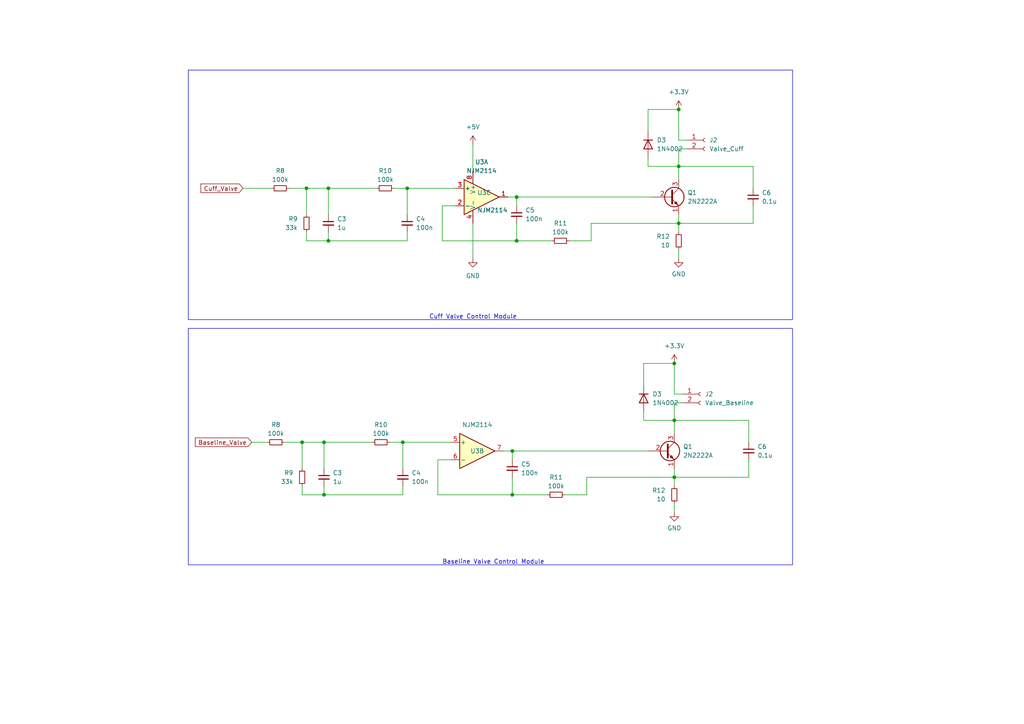
<source format=kicad_sch>
(kicad_sch (version 20230121) (generator eeschema)
  (paper "A4")
  (lib_symbols
    (symbol "1N4001_1" (pin_numbers hide) (pin_names hide)
      (property "Reference" "D" (at 0 2.54 0))
      (property "Value" "1N4001" (at 0 -2.54 0))
      (symbol "1N4001_1_0_1"
        (polyline (pts (xy -1.27 1.27) (xy -1.27 -1.27)) (stroke (width 0.254)))
        (polyline (pts (xy 1.27 0) (xy -1.27 0)))
        (polyline (pts (xy 1.27 1.27) (xy 1.27 -1.27) (xy -1.27 0) (xy 1.27 1.27)) (stroke (width 0.254)))
      )
      (symbol "1N4001_1_1_1"
        (pin passive line (at -3.81 0 0) (length 2.54) (name "K") (number "1"))
        (pin passive line (at 3.81 0 180) (length 2.54) (name "A") (number "2"))
      )
    )
    (symbol "Amplifier_Operational:NJM2114" (pin_names (offset 0.127))
      (property "Reference" "U" (at 0 5.08 0))
      (property "Value" "NJM2114" (at 0 -5.08 0))
      (symbol "NJM2114_1_1"
        (polyline (pts (xy -5.08 5.08) (xy 5.08 0) (xy -5.08 -5.08) (xy -5.08 5.08)) (stroke (width 0.254)) (fill (type background)))
        (pin output line (at 7.62 0 180) (length 2.54) (name "~") (number "1"))
        (pin input line (at -7.62 -2.54 0) (length 2.54) (name "-") (number "2"))
        (pin input line (at -7.62 2.54 0) (length 2.54) (name "+") (number "3"))
      )
      (symbol "NJM2114_2_1"
        (polyline (pts (xy -5.08 5.08) (xy 5.08 0) (xy -5.08 -5.08) (xy -5.08 5.08)) (stroke (width 0.254)) (fill (type background)))
        (pin input line (at -7.62 2.54 0) (length 2.54) (name "+") (number "5"))
        (pin input line (at -7.62 -2.54 0) (length 2.54) (name "-") (number "6"))
        (pin output line (at 7.62 0 180) (length 2.54) (name "~") (number "7"))
      )
      (symbol "NJM2114_3_1"
        (pin power_in line (at -2.54 -7.62 90) (length 3.81) (name "V-") (number "4"))
        (pin power_in line (at -2.54 7.62 270) (length 3.81) (name "V+") (number "8"))
      )
    )
    (symbol "Connector:Conn_01x02_Socket" (pin_names (offset 1.016) hide)
      (property "Reference" "J" (at 0 2.54 0))
      (property "Value" "Conn_01x02_Socket" (at 0 -5.08 0))
      (symbol "Conn_01x02_Socket_1_1"
        (arc (start 0 -2.032) (mid -0.5058 -2.54) (end 0 -3.048) (stroke (width 0.1524)))
        (polyline (pts (xy -1.27 -2.54) (xy -0.508 -2.54)) (stroke (width 0.1524)))
        (polyline (pts (xy -1.27 0) (xy -0.508 0)) (stroke (width 0.1524)))
        (arc (start 0 0.508) (mid -0.5058 0) (end 0 -0.508) (stroke (width 0.1524)))
        (pin passive line (at -5.08 0 0) (length 3.81) (name "Pin_1") (number "1"))
        (pin passive line (at -5.08 -2.54 0) (length 3.81) (name "Pin_2") (number "2"))
      )
    )
    (symbol "Device:C_Small" (pin_numbers hide) (pin_names (offset 0.254) hide)
      (property "Reference" "C" (at 0.254 1.778 0))
      (property "Value" "C_Small" (at 0.254 -2.032 0))
      (symbol "C_Small_0_1"
        (polyline (pts (xy -1.524 -0.508) (xy 1.524 -0.508)) (stroke (width 0.3302)))
        (polyline (pts (xy -1.524 0.508) (xy 1.524 0.508)) (stroke (width 0.3048)))
      )
      (symbol "C_Small_1_1"
        (pin passive line (at 0 2.54 270) (length 2.032) (name "~") (number "1"))
        (pin passive line (at 0 -2.54 90) (length 2.032) (name "~") (number "2"))
      )
    )
    (symbol "Device:R_Small" (pin_numbers hide) (pin_names (offset 0.254) hide)
      (property "Reference" "R" (at 0.762 0.508 0))
      (property "Value" "R_Small" (at 0.762 -1.016 0))
      (symbol "R_Small_0_1"
        (rectangle (start -0.762 1.778) (end 0.762 -1.778) (stroke (width 0.2032)))
      )
      (symbol "R_Small_1_1"
        (pin passive line (at 0 2.54 270) (length 0.762) (name "~") (number "1"))
        (pin passive line (at 0 -2.54 90) (length 0.762) (name "~") (number "2"))
      )
    )
    (symbol "GND_3" (power) (pin_names (offset 0))
      (property "Value" "GND_3" (at 0 -3.81 0))
      (symbol "GND_3_0_1"
        (polyline (pts (xy 0 0) (xy 0 -1.27) (xy 1.27 -1.27) (xy 0 -2.54) (xy -1.27 -1.27) (xy 0 -1.27)))
      )
      (symbol "GND_3_1_1"
        (pin power_in line (at 0 0 270) (length 0) hide (name "GND") (number "1"))
      )
    )
    (symbol "Transistor_BJT:2N2219" (pin_names (offset 0) hide)
      (property "Reference" "Q" (at 5.08 1.905 0))
      (property "Value" "2N2219" (at 5.08 0 0))
      (symbol "2N2219_0_1"
        (polyline (pts (xy 0.635 0.635) (xy 2.54 2.54)))
        (polyline (pts (xy 0.635 -0.635) (xy 2.54 -2.54) (xy 2.54 -2.54)))
        (polyline (pts (xy 0.635 1.905) (xy 0.635 -1.905) (xy 0.635 -1.905)) (stroke (width 0.508)))
        (polyline (pts (xy 1.27 -1.778) (xy 1.778 -1.27) (xy 2.286 -2.286) (xy 1.27 -1.778) (xy 1.27 -1.778)) (fill (type outline)))
        (circle (center 1.27 0) (radius 2.8194) (stroke (width 0.254)))
      )
      (symbol "2N2219_1_1"
        (pin passive line (at 2.54 -5.08 90) (length 2.54) (name "E") (number "1"))
        (pin passive line (at -5.08 0 0) (length 5.715) (name "B") (number "2"))
        (pin passive line (at 2.54 5.08 270) (length 2.54) (name "C") (number "3"))
      )
    )
    (symbol "power:+3.3V" (power) (pin_names (offset 0))
      (property "Value" "+3.3V" (at 0 3.556 0))
      (symbol "+3.3V_0_1"
        (polyline (pts (xy -0.762 1.27) (xy 0 2.54)))
        (polyline (pts (xy 0 0) (xy 0 2.54)))
        (polyline (pts (xy 0 2.54) (xy 0.762 1.27)))
      )
      (symbol "+3.3V_1_1"
        (pin power_in line (at 0 0 90) (length 0) hide (name "+3.3V") (number "1"))
      )
    )
    (symbol "power:+5V" (power) (pin_names (offset 0))
      (property "Value" "+5V" (at 0 3.556 0))
      (symbol "+5V_0_1"
        (polyline (pts (xy -0.762 1.27) (xy 0 2.54)))
        (polyline (pts (xy 0 0) (xy 0 2.54)))
        (polyline (pts (xy 0 2.54) (xy 0.762 1.27)))
      )
      (symbol "+5V_1_1"
        (pin power_in line (at 0 0 90) (length 0) hide (name "+5V") (number "1"))
      )
    )
    (symbol "power:GND" (power) (pin_names (offset 0))
      (property "Value" "GND" (at 0 -3.81 0))
      (symbol "GND_0_1"
        (polyline (pts (xy 0 0) (xy 0 -1.27) (xy 1.27 -1.27) (xy 0 -2.54) (xy -1.27 -1.27) (xy 0 -1.27)))
      )
      (symbol "GND_1_1"
        (pin power_in line (at 0 0 270) (length 0) hide (name "GND") (number "1"))
      )
    )
  )
  (junction (at 196.85 31.75))
  (junction (at 149.86 69.85))
  (junction (at 87.63 128.27))
  (junction (at 95.25 54.61))
  (junction (at 93.98 128.27))
  (junction (at 149.86 57.15))
  (junction (at 95.25 69.85))
  (junction (at 118.11 54.61))
  (junction (at 196.85 64.77))
  (junction (at 88.9 54.61))
  (junction (at 148.59 143.51))
  (junction (at 116.84 128.27))
  (junction (at 195.58 105.41))
  (junction (at 195.58 138.43))
  (junction (at 196.85 48.26))
  (junction (at 93.98 143.51))
  (junction (at 195.58 121.92))
  (junction (at 148.59 130.81))
  (wire (pts (xy 149.86 69.85) (xy 160.02 69.85)))
  (wire (pts (xy 187.96 31.75) (xy 196.85 31.75)))
  (wire (pts (xy 93.98 143.51) (xy 93.98 140.97)))
  (wire (pts (xy 195.58 114.3) (xy 198.12 114.3)))
  (wire (pts (xy 83.82 54.61) (xy 88.9 54.61)))
  (wire (pts (xy 217.17 128.27) (xy 217.17 121.92)))
  (wire (pts (xy 195.58 138.43) (xy 195.58 140.97)))
  (wire (pts (xy 73.025 128.27) (xy 77.47 128.27)))
  (wire (pts (xy 149.86 57.15) (xy 149.86 59.69)))
  (wire (pts (xy 195.58 135.89) (xy 195.58 138.43)))
  (wire (pts (xy 163.83 143.51) (xy 170.18 143.51)))
  (wire (pts (xy 87.63 128.27) (xy 93.98 128.27)))
  (wire (pts (xy 148.59 130.81) (xy 148.59 133.35)))
  (wire (pts (xy 218.44 48.26) (xy 196.85 48.26)))
  (wire (pts (xy 93.98 128.27) (xy 107.95 128.27)))
  (wire (pts (xy 149.86 64.77) (xy 149.86 69.85)))
  (wire (pts (xy 195.58 105.41) (xy 195.58 114.3)))
  (wire (pts (xy 196.85 31.75) (xy 196.85 40.64)))
  (wire (pts (xy 147.32 57.15) (xy 149.86 57.15)))
  (wire (pts (xy 118.11 54.61) (xy 132.08 54.61)))
  (wire (pts (xy 195.58 116.84) (xy 195.58 121.92)))
  (wire (pts (xy 88.9 54.61) (xy 95.25 54.61)))
  (wire (pts (xy 165.1 69.85) (xy 171.45 69.85)))
  (wire (pts (xy 137.16 64.77) (xy 137.16 74.93)))
  (wire (pts (xy 87.63 143.51) (xy 93.98 143.51)))
  (wire (pts (xy 127 133.35) (xy 130.81 133.35)))
  (wire (pts (xy 195.58 121.92) (xy 195.58 125.73)))
  (wire (pts (xy 70.485 54.61) (xy 78.74 54.61)))
  (wire (pts (xy 127 143.51) (xy 148.59 143.51)))
  (wire (pts (xy 118.11 69.85) (xy 95.25 69.85)))
  (wire (pts (xy 146.05 130.81) (xy 148.59 130.81)))
  (wire (pts (xy 196.85 48.26) (xy 196.85 52.07)))
  (wire (pts (xy 198.12 116.84) (xy 195.58 116.84)))
  (wire (pts (xy 199.39 43.18) (xy 196.85 43.18)))
  (wire (pts (xy 218.44 59.69) (xy 218.44 64.77)))
  (wire (pts (xy 93.98 128.27) (xy 93.98 135.89)))
  (wire (pts (xy 95.25 69.85) (xy 95.25 67.31)))
  (wire (pts (xy 118.11 62.23) (xy 118.11 54.61)))
  (wire (pts (xy 88.9 67.31) (xy 88.9 69.85)))
  (wire (pts (xy 187.96 48.26) (xy 196.85 48.26)))
  (wire (pts (xy 196.85 62.23) (xy 196.85 64.77)))
  (wire (pts (xy 196.85 64.77) (xy 171.45 64.77)))
  (wire (pts (xy 118.11 54.61) (xy 114.3 54.61)))
  (wire (pts (xy 170.18 138.43) (xy 170.18 143.51)))
  (wire (pts (xy 127 133.35) (xy 127 143.51)))
  (wire (pts (xy 217.17 133.35) (xy 217.17 138.43)))
  (wire (pts (xy 217.17 138.43) (xy 195.58 138.43)))
  (wire (pts (xy 196.85 43.18) (xy 196.85 48.26)))
  (wire (pts (xy 186.69 119.38) (xy 186.69 121.92)))
  (wire (pts (xy 186.69 111.76) (xy 186.69 105.41)))
  (wire (pts (xy 116.84 140.97) (xy 116.84 143.51)))
  (wire (pts (xy 186.69 105.41) (xy 195.58 105.41)))
  (wire (pts (xy 118.11 67.31) (xy 118.11 69.85)))
  (wire (pts (xy 149.86 57.15) (xy 189.23 57.15)))
  (wire (pts (xy 217.17 121.92) (xy 195.58 121.92)))
  (wire (pts (xy 116.84 128.27) (xy 113.03 128.27)))
  (wire (pts (xy 196.85 64.77) (xy 196.85 67.31)))
  (wire (pts (xy 95.25 54.61) (xy 95.25 62.23)))
  (wire (pts (xy 195.58 138.43) (xy 170.18 138.43)))
  (wire (pts (xy 88.9 54.61) (xy 88.9 62.23)))
  (wire (pts (xy 196.85 40.64) (xy 199.39 40.64)))
  (wire (pts (xy 196.85 72.39) (xy 196.85 74.93)))
  (wire (pts (xy 148.59 138.43) (xy 148.59 143.51)))
  (wire (pts (xy 148.59 143.51) (xy 158.75 143.51)))
  (wire (pts (xy 218.44 64.77) (xy 196.85 64.77)))
  (wire (pts (xy 218.44 54.61) (xy 218.44 48.26)))
  (wire (pts (xy 116.84 143.51) (xy 93.98 143.51)))
  (wire (pts (xy 187.96 45.72) (xy 187.96 48.26)))
  (wire (pts (xy 88.9 69.85) (xy 95.25 69.85)))
  (wire (pts (xy 137.16 41.91) (xy 137.16 49.53)))
  (wire (pts (xy 195.58 146.05) (xy 195.58 148.59)))
  (wire (pts (xy 148.59 130.81) (xy 187.96 130.81)))
  (wire (pts (xy 116.84 128.27) (xy 130.81 128.27)))
  (wire (pts (xy 171.45 64.77) (xy 171.45 69.85)))
  (wire (pts (xy 128.27 59.69) (xy 128.27 69.85)))
  (wire (pts (xy 187.96 38.1) (xy 187.96 31.75)))
  (wire (pts (xy 128.27 69.85) (xy 149.86 69.85)))
  (wire (pts (xy 186.69 121.92) (xy 195.58 121.92)))
  (wire (pts (xy 116.84 135.89) (xy 116.84 128.27)))
  (wire (pts (xy 82.55 128.27) (xy 87.63 128.27)))
  (wire (pts (xy 95.25 54.61) (xy 109.22 54.61)))
  (wire (pts (xy 128.27 59.69) (xy 132.08 59.69)))
  (wire (pts (xy 87.63 140.97) (xy 87.63 143.51)))
  (wire (pts (xy 87.63 128.27) (xy 87.63 135.89)))
  (rectangle (start 54.61 95.25) (end 229.87 163.83))
  (rectangle (start 54.61 20.32) (end 229.87 92.71))
  (text "Baseline Valve Control Module" (at 128.27 163.83 0) (effects (font (size 1.27 1.27)) (justify left bottom)))
  (text "Cuff Valve Control Module" (at 124.46 92.71 0) (effects (font (size 1.27 1.27)) (justify left bottom)))
  (global_label "Cuff_Valve" (shape input) (at 70.485 54.61 180) (property "Intersheetrefs" "${INTERSHEET_REFS}" (effects hide)))
  (global_label "Baseline_Valve" (shape input) (at 73.025 128.27 180) (property "Intersheetrefs" "${INTERSHEET_REFS}" (effects hide)))
  (symbol (lib_id "power:GND") (at 195.58 148.59 0) (unit 1)
    (property "Reference" "#PWR015" (effects hide))
    (property "Value" "GND" (at 195.58 153.1525 0))
    (instances (project "BPN" (path "" (reference "#PWR015") (unit 1))) (project "Differential" (path "" (reference "#PWR025") (unit 1)) (path "" (reference "#PWR029") (unit 1))) (project "Developmentboard" (path "" (reference "#PWR0121") (unit 1))))
  )
  (symbol (lib_id "Device:R_Small") (at 87.63 138.43 0) (mirror x) (unit 1)
    (property "Reference" "R9" (at 85.09 137.16 0) (effects (justify right)))
    (property "Value" "33k" (at 85.09 139.7 0) (effects (justify right)))
    (property "Footprint" "Resistor_SMD:R_0603_1608Metric_Pad0.98x0.95mm_HandSolder" (effects hide))
    (instances (project "BPN" (path "" (reference "R9") (unit 1))) (project "Differential" (path "" (reference "R7") (unit 1)) (path "" (reference "R18") (unit 1))) (project "Developmentboard" (path "" (reference "R9") (unit 1))))
  )
  (symbol (lib_id "Transistor_BJT:2N2219") (at 193.04 130.81 0) (unit 1)
    (property "Reference" "Q1" (at 198.12 129.54 0) (effects (justify left)))
    (property "Value" "2N2222A" (at 198.12 132.08 0) (effects (justify left)))
    (property "Footprint" "Package_TO_SOT_THT:TO-92" (effects hide))
    (property "Datasheet" "http://www.onsemi.com/pub_link/Collateral/2N2219-D.PDF" (effects hide))
    (instances (project "BPN" (path "" (reference "Q1") (unit 1))) (project "Differential" (path "" (reference "Q2") (unit 1)) (path "" (reference "Q4") (unit 1))))
  )
  (symbol (lib_id "Device:R_Small") (at 111.76 54.61 90) (unit 1)
    (property "Reference" "R10" (at 111.76 49.53 90))
    (property "Value" "100k" (at 111.76 52.07 90))
    (property "Footprint" "Resistor_SMD:R_0603_1608Metric_Pad0.98x0.95mm_HandSolder" (effects hide))
    (instances (project "BPN" (path "" (reference "R10") (unit 1))) (project "Differential" (path "" (reference "R10") (unit 1)) (path "" (reference "R14") (unit 1))) (project "Developmentboard" (path "" (reference "R11") (unit 1))))
  )
  (symbol (lib_id "power:GND") (at 196.85 74.93 0) (unit 1)
    (property "Reference" "#PWR015" (effects hide))
    (property "Value" "GND" (at 196.85 79.4925 0))
    (instances (project "BPN" (path "" (reference "#PWR015") (unit 1))) (project "Differential" (path "" (reference "#PWR025") (unit 1)) (path "" (reference "#PWR025") (unit 1))) (project "Developmentboard" (path "" (reference "#PWR0121") (unit 1))))
  )
  (symbol (lib_id "Device:R_Small") (at 195.58 143.51 0) (mirror x) (unit 1)
    (property "Reference" "R12" (at 193.04 142.24 0) (effects (justify right)))
    (property "Value" "10" (at 193.04 144.78 0) (effects (justify right)))
    (property "Footprint" "Resistor_SMD:R_0603_1608Metric_Pad0.98x0.95mm_HandSolder" (effects hide))
    (instances (project "BPN" (path "" (reference "R12") (unit 1))) (project "Differential" (path "" (reference "R15") (unit 1)) (path "" (reference "R21") (unit 1))) (project "Developmentboard" (path "" (reference "R14") (unit 1))))
  )
  (symbol (lib_id "Device:R_Small") (at 81.28 54.61 90) (unit 1)
    (property "Reference" "R8" (at 81.28 49.53 90))
    (property "Value" "100k" (at 81.28 52.07 90))
    (property "Footprint" "Resistor_SMD:R_0603_1608Metric_Pad0.98x0.95mm_HandSolder" (effects hide))
    (instances (project "BPN" (path "" (reference "R8") (unit 1))) (project "Differential" (path "" (reference "R6") (unit 1)) (path "" (reference "R12") (unit 1))) (project "Developmentboard" (path "" (reference "R6") (unit 1))))
  )
  (symbol (lib_id "Transistor_BJT:2N2219") (at 194.31 57.15 0) (unit 1)
    (property "Reference" "Q1" (at 199.39 55.88 0) (effects (justify left)))
    (property "Value" "2N2222A" (at 199.39 58.42 0) (effects (justify left)))
    (property "Footprint" "Package_TO_SOT_THT:TO-92" (effects hide))
    (property "Datasheet" "http://www.onsemi.com/pub_link/Collateral/2N2219-D.PDF" (effects hide))
    (instances (project "BPN" (path "" (reference "Q1") (unit 1))) (project "Differential" (path "" (reference "Q2") (unit 1)) (path "" (reference "Q3") (unit 1))))
  )
  (symbol (lib_id "Device:C_Small") (at 93.98 138.43 0) (unit 1)
    (property "Reference" "C3" (at 96.52 137.1663 0) (effects (justify left)))
    (property "Value" "1u" (at 96.52 139.7063 0) (effects (justify left)))
    (property "Footprint" "Capacitor_SMD:C_0805_2012Metric_Pad1.18x1.45mm_HandSolder" (effects hide))
    (instances (project "BPN" (path "" (reference "C3") (unit 1))) (project "Differential" (path "" (reference "C1") (unit 1)) (path "" (reference "C7") (unit 1))) (project "Developmentboard" (path "" (reference "C4") (unit 1))))
  )
  (symbol (lib_name "1N4001_1") (lib_id "Diode:1N4001") (at 186.69 115.57 270) (unit 1)
    (property "Reference" "D3" (at 189.23 114.3 90) (effects (justify left)))
    (property "Value" "1N4002" (at 189.23 116.84 90) (effects (justify left)))
    (property "Footprint" "Diode_THT:D_DO-41_SOD81_P3.81mm_Vertical_AnodeUp" (effects hide))
    (property "Datasheet" "http://www.vishay.com/docs/88503/1n4001.pdf" (effects hide))
    (property "Sim.Device" "D" (effects hide))
    (property "Sim.Pins" "1=K 2=A" (effects hide))
    (instances (project "BPN" (path "" (reference "D3") (unit 1))) (project "Differential" (path "" (reference "D4") (unit 1)) (path "" (reference "D6") (unit 1))))
  )
  (symbol (lib_id "Device:R_Small") (at 110.49 128.27 90) (unit 1)
    (property "Reference" "R10" (at 110.49 123.19 90))
    (property "Value" "100k" (at 110.49 125.73 90))
    (property "Footprint" "Resistor_SMD:R_0603_1608Metric_Pad0.98x0.95mm_HandSolder" (effects hide))
    (instances (project "BPN" (path "" (reference "R10") (unit 1))) (project "Differential" (path "" (reference "R10") (unit 1)) (path "" (reference "R19") (unit 1))) (project "Developmentboard" (path "" (reference "R11") (unit 1))))
  )
  (symbol (lib_id "power:+3.3V") (at 196.85 31.75 0) (unit 1)
    (property "Reference" "#PWR09" (effects hide))
    (property "Value" "+3.3V" (at 196.85 26.67 0))
    (instances (project "BPN" (path "" (reference "#PWR09") (unit 1))) (project "Differential" (path "" (reference "#PWR024") (unit 1)) (path "" (reference "#PWR024") (unit 1))))
  )
  (symbol (lib_id "Device:R_Small") (at 196.85 69.85 0) (mirror x) (unit 1)
    (property "Reference" "R12" (at 194.31 68.58 0) (effects (justify right)))
    (property "Value" "10" (at 194.31 71.12 0) (effects (justify right)))
    (property "Footprint" "Resistor_SMD:R_0603_1608Metric_Pad0.98x0.95mm_HandSolder" (effects hide))
    (instances (project "BPN" (path "" (reference "R12") (unit 1))) (project "Differential" (path "" (reference "R15") (unit 1)) (path "" (reference "R16") (unit 1))) (project "Developmentboard" (path "" (reference "R14") (unit 1))))
  )
  (symbol (lib_id "Device:C_Small") (at 95.25 64.77 0) (unit 1)
    (property "Reference" "C3" (at 97.79 63.5063 0) (effects (justify left)))
    (property "Value" "1u" (at 97.79 66.0463 0) (effects (justify left)))
    (property "Footprint" "Capacitor_SMD:C_0805_2012Metric_Pad1.18x1.45mm_HandSolder" (effects hide))
    (instances (project "BPN" (path "" (reference "C3") (unit 1))) (project "Differential" (path "" (reference "C1") (unit 1)) (path "" (reference "C3") (unit 1))) (project "Developmentboard" (path "" (reference "C4") (unit 1))))
  )
  (symbol (lib_id "Amplifier_Operational:NJM2114") (at 139.7 57.15 0) (unit 3)
    (property "Reference" "U3" (at 138.43 55.88 0) (effects (justify left)))
    (property "Value" "NJM2114" (at 138.43 60.96 0) (effects (justify left)))
    (property "Footprint" "Package_DIP:DIP-8_W7.62mm" (effects hide))
    (property "Datasheet" "http://www.njr.com/semicon/PDF/NJM2114_E.pdf" (effects hide))
  )
  (symbol (lib_id "Device:R_Small") (at 80.01 128.27 90) (unit 1)
    (property "Reference" "R8" (at 80.01 123.19 90))
    (property "Value" "100k" (at 80.01 125.73 90))
    (property "Footprint" "Resistor_SMD:R_0603_1608Metric_Pad0.98x0.95mm_HandSolder" (effects hide))
    (instances (project "BPN" (path "" (reference "R8") (unit 1))) (project "Differential" (path "" (reference "R6") (unit 1)) (path "" (reference "R17") (unit 1))) (project "Developmentboard" (path "" (reference "R6") (unit 1))))
  )
  (symbol (lib_id "Connector:Conn_01x02_Socket") (at 204.47 40.64 0) (unit 1)
    (property "Reference" "J2" (at 205.74 40.64 0) (effects (justify left)))
    (property "Value" "Valve_Cuff" (at 205.74 43.18 0) (effects (justify left)))
    (property "Footprint" "Connector_PinHeader_2.54mm:PinHeader_1x02_P2.54mm_Vertical" (effects hide))
    (instances (project "BPN" (path "" (reference "J2") (unit 1))) (project "Differential" (path "" (reference "J4") (unit 1)) (path "" (reference "J6") (unit 1))))
  )
  (symbol (lib_id "Device:C_Small") (at 217.17 130.81 0) (unit 1)
    (property "Reference" "C6" (at 219.71 129.5463 0) (effects (justify left)))
    (property "Value" "0.1u" (at 219.71 132.0863 0) (effects (justify left)))
    (property "Footprint" "Capacitor_SMD:C_0805_2012Metric_Pad1.18x1.45mm_HandSolder" (effects hide))
    (instances (project "BPN" (path "" (reference "C6") (unit 1))) (project "Differential" (path "" (reference "C6") (unit 1)) (path "" (reference "C10") (unit 1))) (project "Developmentboard" (path "" (reference "C10") (unit 1))))
  )
  (symbol (lib_id "Device:C_Small") (at 218.44 57.15 0) (unit 1)
    (property "Reference" "C6" (at 220.98 55.8863 0) (effects (justify left)))
    (property "Value" "0.1u" (at 220.98 58.4263 0) (effects (justify left)))
    (property "Footprint" "Capacitor_SMD:C_0805_2012Metric_Pad1.18x1.45mm_HandSolder" (effects hide))
    (instances (project "BPN" (path "" (reference "C6") (unit 1))) (project "Differential" (path "" (reference "C6") (unit 1)) (path "" (reference "C6") (unit 1))) (project "Developmentboard" (path "" (reference "C10") (unit 1))))
  )
  (symbol (lib_id "Device:R_Small") (at 161.29 143.51 90) (unit 1)
    (property "Reference" "R11" (at 161.29 138.43 90))
    (property "Value" "100k" (at 161.29 140.97 90))
    (property "Footprint" "Resistor_SMD:R_0603_1608Metric_Pad0.98x0.95mm_HandSolder" (effects hide))
    (instances (project "BPN" (path "" (reference "R11") (unit 1))) (project "Differential" (path "" (reference "R13") (unit 1)) (path "" (reference "R20") (unit 1))) (project "Developmentboard" (path "" (reference "R13") (unit 1))))
  )
  (symbol (lib_id "Connector:Conn_01x02_Socket") (at 203.2 114.3 0) (unit 1)
    (property "Reference" "J2" (at 204.47 114.3 0) (effects (justify left)))
    (property "Value" "Valve_Baseline" (at 204.47 116.84 0) (effects (justify left)))
    (property "Footprint" "Connector_PinHeader_2.54mm:PinHeader_1x02_P2.54mm_Vertical" (effects hide))
    (instances (project "BPN" (path "" (reference "J2") (unit 1))) (project "Differential" (path "" (reference "J4") (unit 1)) (path "" (reference "J7") (unit 1))))
  )
  (symbol (lib_name "GND_3") (lib_id "power:GND") (at 137.16 74.93 0) (unit 1)
    (property "Reference" "#PWR011" (effects hide))
    (property "Value" "GND" (at 137.16 80.01 0))
    (instances (project "BPN" (path "" (reference "#PWR011") (unit 1))) (project "Differential" (path "" (reference "#PWR016") (unit 1)) (path "" (reference "#PWR016") (unit 1))))
  )
  (symbol (lib_id "power:+5V") (at 137.16 41.91 0) (unit 1)
    (property "Reference" "#PWR07" (effects hide))
    (property "Value" "+5V" (at 137.16 36.83 0))
    (instances (project "BPN" (path "" (reference "#PWR07") (unit 1))) (project "Differential" (path "" (reference "#PWR015") (unit 1)) (path "" (reference "#PWR015") (unit 1))))
  )
  (symbol (lib_id "Device:C_Small") (at 148.59 135.89 0) (unit 1)
    (property "Reference" "C5" (at 151.13 134.6263 0) (effects (justify left)))
    (property "Value" "100n" (at 151.13 137.1663 0) (effects (justify left)))
    (property "Footprint" "Capacitor_SMD:C_0805_2012Metric_Pad1.18x1.45mm_HandSolder" (effects hide))
    (instances (project "BPN" (path "" (reference "C5") (unit 1))) (project "Differential" (path "" (reference "C4") (unit 1)) (path "" (reference "C9") (unit 1))) (project "Developmentboard" (path "" (reference "C8") (unit 1))))
  )
  (symbol (lib_name "1N4001_1") (lib_id "Diode:1N4001") (at 187.96 41.91 270) (unit 1)
    (property "Reference" "D3" (at 190.5 40.64 90) (effects (justify left)))
    (property "Value" "1N4002" (at 190.5 43.18 90) (effects (justify left)))
    (property "Footprint" "Diode_THT:D_DO-41_SOD81_P3.81mm_Vertical_AnodeUp" (effects hide))
    (property "Datasheet" "http://www.vishay.com/docs/88503/1n4001.pdf" (effects hide))
    (property "Sim.Device" "D" (effects hide))
    (property "Sim.Pins" "1=K 2=A" (effects hide))
    (instances (project "BPN" (path "" (reference "D3") (unit 1))) (project "Differential" (path "" (reference "D4") (unit 1)) (path "" (reference "D5") (unit 1))))
  )
  (symbol (lib_id "Amplifier_Operational:NJM2114") (at 138.43 130.81 0) (unit 2)
    (property "Reference" "U3" (at 138.43 130.81 0))
    (property "Value" "NJM2114" (at 138.43 123.19 0))
    (property "Footprint" "Package_DIP:DIP-8_W7.62mm" (effects hide))
    (property "Datasheet" "http://www.njr.com/semicon/PDF/NJM2114_E.pdf" (effects hide))
  )
  (symbol (lib_id "Amplifier_Operational:NJM2114") (at 139.7 57.15 0) (unit 1)
    (property "Reference" "U3" (at 139.7 46.99 0))
    (property "Value" "NJM2114" (at 139.7 49.53 0))
    (property "Footprint" "Package_DIP:DIP-8_W7.62mm" (effects hide))
    (property "Datasheet" "http://www.njr.com/semicon/PDF/NJM2114_E.pdf" (effects hide))
  )
  (symbol (lib_id "Device:R_Small") (at 162.56 69.85 90) (unit 1)
    (property "Reference" "R11" (at 162.56 64.77 90))
    (property "Value" "100k" (at 162.56 67.31 90))
    (property "Footprint" "Resistor_SMD:R_0603_1608Metric_Pad0.98x0.95mm_HandSolder" (effects hide))
    (instances (project "BPN" (path "" (reference "R11") (unit 1))) (project "Differential" (path "" (reference "R13") (unit 1)) (path "" (reference "R15") (unit 1))) (project "Developmentboard" (path "" (reference "R13") (unit 1))))
  )
  (symbol (lib_id "Device:C_Small") (at 149.86 62.23 0) (unit 1)
    (property "Reference" "C5" (at 152.4 60.9663 0) (effects (justify left)))
    (property "Value" "100n" (at 152.4 63.5063 0) (effects (justify left)))
    (property "Footprint" "Capacitor_SMD:C_0805_2012Metric_Pad1.18x1.45mm_HandSolder" (effects hide))
    (instances (project "BPN" (path "" (reference "C5") (unit 1))) (project "Differential" (path "" (reference "C4") (unit 1)) (path "" (reference "C5") (unit 1))) (project "Developmentboard" (path "" (reference "C8") (unit 1))))
  )
  (symbol (lib_id "Device:R_Small") (at 88.9 64.77 0) (mirror x) (unit 1)
    (property "Reference" "R9" (at 86.36 63.5 0) (effects (justify right)))
    (property "Value" "33k" (at 86.36 66.04 0) (effects (justify right)))
    (property "Footprint" "Resistor_SMD:R_0603_1608Metric_Pad0.98x0.95mm_HandSolder" (effects hide))
    (instances (project "BPN" (path "" (reference "R9") (unit 1))) (project "Differential" (path "" (reference "R7") (unit 1)) (path "" (reference "R13") (unit 1))) (project "Developmentboard" (path "" (reference "R9") (unit 1))))
  )
  (symbol (lib_id "Device:C_Small") (at 118.11 64.77 0) (unit 1)
    (property "Reference" "C4" (at 120.65 63.5063 0) (effects (justify left)))
    (property "Value" "100n" (at 120.65 66.0463 0) (effects (justify left)))
    (property "Footprint" "Capacitor_SMD:C_0805_2012Metric_Pad1.18x1.45mm_HandSolder" (effects hide))
    (instances (project "BPN" (path "" (reference "C4") (unit 1))) (project "Differential" (path "" (reference "C2") (unit 1)) (path "" (reference "C4") (unit 1))) (project "Developmentboard" (path "" (reference "C6") (unit 1))))
  )
  (symbol (lib_id "power:+3.3V") (at 195.58 105.41 0) (unit 1)
    (property "Reference" "#PWR09" (effects hide))
    (property "Value" "+3.3V" (at 195.58 100.33 0))
    (instances (project "BPN" (path "" (reference "#PWR09") (unit 1))) (project "Differential" (path "" (reference "#PWR024") (unit 1)) (path "" (reference "#PWR028") (unit 1))))
  )
  (symbol (lib_id "Device:C_Small") (at 116.84 138.43 0) (unit 1)
    (property "Reference" "C4" (at 119.38 137.1663 0) (effects (justify left)))
    (property "Value" "100n" (at 119.38 139.7063 0) (effects (justify left)))
    (property "Footprint" "Capacitor_SMD:C_0805_2012Metric_Pad1.18x1.45mm_HandSolder" (effects hide))
    (instances (project "BPN" (path "" (reference "C4") (unit 1))) (project "Differential" (path "" (reference "C2") (unit 1)) (path "" (reference "C8") (unit 1))) (project "Developmentboard" (path "" (reference "C6") (unit 1))))
  )
)
</source>
